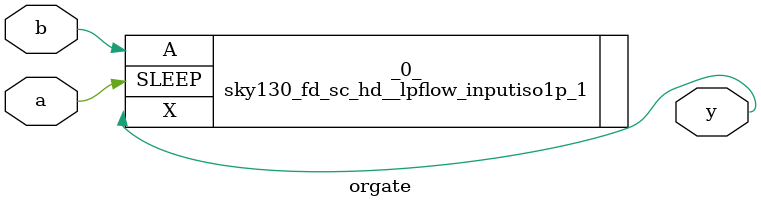
<source format=v>
/* Generated by Yosys 0.9 (git sha1 1979e0b1, i686-w64-mingw32.static-g++ 5.5.0 -Os) */

module fa(a, b, cin, sum, co);
  input a;
  input b;
  wire c1;
  wire c2;
  input cin;
  output co;
  wire s1;
  output sum;
  ha ins1 (
    .a(a),
    .b(b),
    .co(c1),
    .sum(s1)
  );
  ha ins2 (
    .a(cin),
    .b(s1),
    .co(c2),
    .sum(sum)
  );
  orgate ins3 (
    .a(c1),
    .b(c2),
    .y(co)
  );
endmodule

module ha(a, b, sum, co);
  input a;
  input b;
  output co;
  output sum;
  sky130_fd_sc_hd__and2_0 _0_ (
    .A(b),
    .B(a),
    .X(co)
  );
  sky130_fd_sc_hd__xor2_1 _1_ (
    .A(b),
    .B(a),
    .X(sum)
  );
endmodule

module orgate(a, b, y);
  input a;
  input b;
  output y;
  sky130_fd_sc_hd__lpflow_inputiso1p_1 _0_ (
    .A(b),
    .SLEEP(a),
    .X(y)
  );
endmodule

</source>
